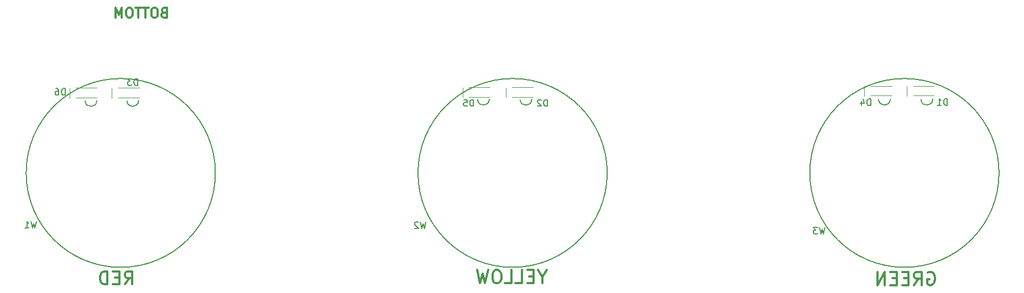
<source format=gbr>
G04 #@! TF.FileFunction,Legend,Bot*
%FSLAX46Y46*%
G04 Gerber Fmt 4.6, Leading zero omitted, Abs format (unit mm)*
G04 Created by KiCad (PCBNEW 4.0.4-stable) date 08/01/17 14:05:29*
%MOMM*%
%LPD*%
G01*
G04 APERTURE LIST*
%ADD10C,0.100000*%
%ADD11C,0.150000*%
%ADD12C,0.300000*%
%ADD13C,0.120000*%
%ADD14C,0.180000*%
G04 APERTURE END LIST*
D10*
D11*
X84601993Y-98959867D02*
G75*
G03X86400000Y-98900000I898007J59867D01*
G01*
X91001993Y-98959867D02*
G75*
G03X92800000Y-98900000I898007J59867D01*
G01*
X212601993Y-98759867D02*
G75*
G03X214400000Y-98700000I898007J59867D01*
G01*
X206101993Y-98759867D02*
G75*
G03X207900000Y-98700000I898007J59867D01*
G01*
X151201993Y-98759867D02*
G75*
G03X153000000Y-98700000I898007J59867D01*
G01*
X144701993Y-98759867D02*
G75*
G03X146500000Y-98700000I898007J59867D01*
G01*
D12*
X96664286Y-85392857D02*
X96450000Y-85464286D01*
X96378572Y-85535714D01*
X96307143Y-85678571D01*
X96307143Y-85892857D01*
X96378572Y-86035714D01*
X96450000Y-86107143D01*
X96592858Y-86178571D01*
X97164286Y-86178571D01*
X97164286Y-84678571D01*
X96664286Y-84678571D01*
X96521429Y-84750000D01*
X96450000Y-84821429D01*
X96378572Y-84964286D01*
X96378572Y-85107143D01*
X96450000Y-85250000D01*
X96521429Y-85321429D01*
X96664286Y-85392857D01*
X97164286Y-85392857D01*
X95378572Y-84678571D02*
X95092858Y-84678571D01*
X94950000Y-84750000D01*
X94807143Y-84892857D01*
X94735715Y-85178571D01*
X94735715Y-85678571D01*
X94807143Y-85964286D01*
X94950000Y-86107143D01*
X95092858Y-86178571D01*
X95378572Y-86178571D01*
X95521429Y-86107143D01*
X95664286Y-85964286D01*
X95735715Y-85678571D01*
X95735715Y-85178571D01*
X95664286Y-84892857D01*
X95521429Y-84750000D01*
X95378572Y-84678571D01*
X94307143Y-84678571D02*
X93450000Y-84678571D01*
X93878571Y-86178571D02*
X93878571Y-84678571D01*
X93164286Y-84678571D02*
X92307143Y-84678571D01*
X92735714Y-86178571D02*
X92735714Y-84678571D01*
X91521429Y-84678571D02*
X91235715Y-84678571D01*
X91092857Y-84750000D01*
X90950000Y-84892857D01*
X90878572Y-85178571D01*
X90878572Y-85678571D01*
X90950000Y-85964286D01*
X91092857Y-86107143D01*
X91235715Y-86178571D01*
X91521429Y-86178571D01*
X91664286Y-86107143D01*
X91807143Y-85964286D01*
X91878572Y-85678571D01*
X91878572Y-85178571D01*
X91807143Y-84892857D01*
X91664286Y-84750000D01*
X91521429Y-84678571D01*
X90235714Y-86178571D02*
X90235714Y-84678571D01*
X89735714Y-85750000D01*
X89235714Y-84678571D01*
X89235714Y-86178571D01*
X213633333Y-125300000D02*
X213823810Y-125204762D01*
X214109524Y-125204762D01*
X214395238Y-125300000D01*
X214585714Y-125490476D01*
X214680953Y-125680952D01*
X214776191Y-126061905D01*
X214776191Y-126347619D01*
X214680953Y-126728571D01*
X214585714Y-126919048D01*
X214395238Y-127109524D01*
X214109524Y-127204762D01*
X213919048Y-127204762D01*
X213633333Y-127109524D01*
X213538095Y-127014286D01*
X213538095Y-126347619D01*
X213919048Y-126347619D01*
X211538095Y-127204762D02*
X212204762Y-126252381D01*
X212680953Y-127204762D02*
X212680953Y-125204762D01*
X211919048Y-125204762D01*
X211728572Y-125300000D01*
X211633333Y-125395238D01*
X211538095Y-125585714D01*
X211538095Y-125871429D01*
X211633333Y-126061905D01*
X211728572Y-126157143D01*
X211919048Y-126252381D01*
X212680953Y-126252381D01*
X210680953Y-126157143D02*
X210014286Y-126157143D01*
X209728572Y-127204762D02*
X210680953Y-127204762D01*
X210680953Y-125204762D01*
X209728572Y-125204762D01*
X208871429Y-126157143D02*
X208204762Y-126157143D01*
X207919048Y-127204762D02*
X208871429Y-127204762D01*
X208871429Y-125204762D01*
X207919048Y-125204762D01*
X207061905Y-127204762D02*
X207061905Y-125204762D01*
X205919047Y-127204762D01*
X205919047Y-125204762D01*
X154614286Y-125952381D02*
X154614286Y-126904762D01*
X155280953Y-124904762D02*
X154614286Y-125952381D01*
X153947619Y-124904762D01*
X153280953Y-125857143D02*
X152614286Y-125857143D01*
X152328572Y-126904762D02*
X153280953Y-126904762D01*
X153280953Y-124904762D01*
X152328572Y-124904762D01*
X150519048Y-126904762D02*
X151471429Y-126904762D01*
X151471429Y-124904762D01*
X148900000Y-126904762D02*
X149852381Y-126904762D01*
X149852381Y-124904762D01*
X147852380Y-124904762D02*
X147471428Y-124904762D01*
X147280952Y-125000000D01*
X147090475Y-125190476D01*
X146995237Y-125571429D01*
X146995237Y-126238095D01*
X147090475Y-126619048D01*
X147280952Y-126809524D01*
X147471428Y-126904762D01*
X147852380Y-126904762D01*
X148042856Y-126809524D01*
X148233333Y-126619048D01*
X148328571Y-126238095D01*
X148328571Y-125571429D01*
X148233333Y-125190476D01*
X148042856Y-125000000D01*
X147852380Y-124904762D01*
X146328571Y-124904762D02*
X145852380Y-126904762D01*
X145471428Y-125476190D01*
X145090475Y-126904762D01*
X144614285Y-124904762D01*
X90685714Y-127104762D02*
X91352381Y-126152381D01*
X91828572Y-127104762D02*
X91828572Y-125104762D01*
X91066667Y-125104762D01*
X90876191Y-125200000D01*
X90780952Y-125295238D01*
X90685714Y-125485714D01*
X90685714Y-125771429D01*
X90780952Y-125961905D01*
X90876191Y-126057143D01*
X91066667Y-126152381D01*
X91828572Y-126152381D01*
X89828572Y-126057143D02*
X89161905Y-126057143D01*
X88876191Y-127104762D02*
X89828572Y-127104762D01*
X89828572Y-125104762D01*
X88876191Y-125104762D01*
X88019048Y-127104762D02*
X88019048Y-125104762D01*
X87542857Y-125104762D01*
X87257143Y-125200000D01*
X87066667Y-125390476D01*
X86971428Y-125580952D01*
X86876190Y-125961905D01*
X86876190Y-126247619D01*
X86971428Y-126628571D01*
X87066667Y-126819048D01*
X87257143Y-127009524D01*
X87542857Y-127104762D01*
X88019048Y-127104762D01*
D11*
X224549059Y-110000000D02*
G75*
G03X224549059Y-110000000I-14484923J0D01*
G01*
X104549059Y-110000000D02*
G75*
G03X104549059Y-110000000I-14484923J0D01*
G01*
X164549059Y-110000000D02*
G75*
G03X164549059Y-110000000I-14484923J0D01*
G01*
D13*
X214600000Y-96650000D02*
X211400000Y-96650000D01*
X211400000Y-98150000D02*
X214600000Y-98150000D01*
X210400000Y-98200000D02*
X210400000Y-96700000D01*
X153200000Y-96850000D02*
X150000000Y-96850000D01*
X150000000Y-98350000D02*
X153200000Y-98350000D01*
X149000000Y-98400000D02*
X149000000Y-96900000D01*
X92900000Y-96950000D02*
X89700000Y-96950000D01*
X89700000Y-98450000D02*
X92900000Y-98450000D01*
X88700000Y-98500000D02*
X88700000Y-97000000D01*
X208100000Y-96650000D02*
X204900000Y-96650000D01*
X204900000Y-98150000D02*
X208100000Y-98150000D01*
X203900000Y-98200000D02*
X203900000Y-96700000D01*
X146600000Y-96850000D02*
X143400000Y-96850000D01*
X143400000Y-98350000D02*
X146600000Y-98350000D01*
X142400000Y-98400000D02*
X142400000Y-96900000D01*
X86400000Y-96950000D02*
X83200000Y-96950000D01*
X83200000Y-98450000D02*
X86400000Y-98450000D01*
X82200000Y-98500000D02*
X82200000Y-97000000D01*
D14*
X197907143Y-118352381D02*
X197669048Y-119352381D01*
X197478571Y-118638095D01*
X197288095Y-119352381D01*
X197050000Y-118352381D01*
X196764286Y-118352381D02*
X196145238Y-118352381D01*
X196478572Y-118733333D01*
X196335714Y-118733333D01*
X196240476Y-118780952D01*
X196192857Y-118828571D01*
X196145238Y-118923810D01*
X196145238Y-119161905D01*
X196192857Y-119257143D01*
X196240476Y-119304762D01*
X196335714Y-119352381D01*
X196621429Y-119352381D01*
X196716667Y-119304762D01*
X196764286Y-119257143D01*
X77157143Y-117452381D02*
X76919048Y-118452381D01*
X76728571Y-117738095D01*
X76538095Y-118452381D01*
X76300000Y-117452381D01*
X75395238Y-118452381D02*
X75966667Y-118452381D01*
X75680953Y-118452381D02*
X75680953Y-117452381D01*
X75776191Y-117595238D01*
X75871429Y-117690476D01*
X75966667Y-117738095D01*
X136807143Y-117502381D02*
X136569048Y-118502381D01*
X136378571Y-117788095D01*
X136188095Y-118502381D01*
X135950000Y-117502381D01*
X135616667Y-117597619D02*
X135569048Y-117550000D01*
X135473810Y-117502381D01*
X135235714Y-117502381D01*
X135140476Y-117550000D01*
X135092857Y-117597619D01*
X135045238Y-117692857D01*
X135045238Y-117788095D01*
X135092857Y-117930952D01*
X135664286Y-118502381D01*
X135045238Y-118502381D01*
D11*
X216638095Y-99602381D02*
X216638095Y-98602381D01*
X216400000Y-98602381D01*
X216257142Y-98650000D01*
X216161904Y-98745238D01*
X216114285Y-98840476D01*
X216066666Y-99030952D01*
X216066666Y-99173810D01*
X216114285Y-99364286D01*
X216161904Y-99459524D01*
X216257142Y-99554762D01*
X216400000Y-99602381D01*
X216638095Y-99602381D01*
X215114285Y-99602381D02*
X215685714Y-99602381D01*
X215400000Y-99602381D02*
X215400000Y-98602381D01*
X215495238Y-98745238D01*
X215590476Y-98840476D01*
X215685714Y-98888095D01*
X155388095Y-99752381D02*
X155388095Y-98752381D01*
X155150000Y-98752381D01*
X155007142Y-98800000D01*
X154911904Y-98895238D01*
X154864285Y-98990476D01*
X154816666Y-99180952D01*
X154816666Y-99323810D01*
X154864285Y-99514286D01*
X154911904Y-99609524D01*
X155007142Y-99704762D01*
X155150000Y-99752381D01*
X155388095Y-99752381D01*
X154435714Y-98847619D02*
X154388095Y-98800000D01*
X154292857Y-98752381D01*
X154054761Y-98752381D01*
X153959523Y-98800000D01*
X153911904Y-98847619D01*
X153864285Y-98942857D01*
X153864285Y-99038095D01*
X153911904Y-99180952D01*
X154483333Y-99752381D01*
X153864285Y-99752381D01*
X92638095Y-96552381D02*
X92638095Y-95552381D01*
X92400000Y-95552381D01*
X92257142Y-95600000D01*
X92161904Y-95695238D01*
X92114285Y-95790476D01*
X92066666Y-95980952D01*
X92066666Y-96123810D01*
X92114285Y-96314286D01*
X92161904Y-96409524D01*
X92257142Y-96504762D01*
X92400000Y-96552381D01*
X92638095Y-96552381D01*
X91733333Y-95552381D02*
X91114285Y-95552381D01*
X91447619Y-95933333D01*
X91304761Y-95933333D01*
X91209523Y-95980952D01*
X91161904Y-96028571D01*
X91114285Y-96123810D01*
X91114285Y-96361905D01*
X91161904Y-96457143D01*
X91209523Y-96504762D01*
X91304761Y-96552381D01*
X91590476Y-96552381D01*
X91685714Y-96504762D01*
X91733333Y-96457143D01*
X204888095Y-99652381D02*
X204888095Y-98652381D01*
X204650000Y-98652381D01*
X204507142Y-98700000D01*
X204411904Y-98795238D01*
X204364285Y-98890476D01*
X204316666Y-99080952D01*
X204316666Y-99223810D01*
X204364285Y-99414286D01*
X204411904Y-99509524D01*
X204507142Y-99604762D01*
X204650000Y-99652381D01*
X204888095Y-99652381D01*
X203459523Y-98985714D02*
X203459523Y-99652381D01*
X203697619Y-98604762D02*
X203935714Y-99319048D01*
X203316666Y-99319048D01*
X144088095Y-99752381D02*
X144088095Y-98752381D01*
X143850000Y-98752381D01*
X143707142Y-98800000D01*
X143611904Y-98895238D01*
X143564285Y-98990476D01*
X143516666Y-99180952D01*
X143516666Y-99323810D01*
X143564285Y-99514286D01*
X143611904Y-99609524D01*
X143707142Y-99704762D01*
X143850000Y-99752381D01*
X144088095Y-99752381D01*
X142611904Y-98752381D02*
X143088095Y-98752381D01*
X143135714Y-99228571D01*
X143088095Y-99180952D01*
X142992857Y-99133333D01*
X142754761Y-99133333D01*
X142659523Y-99180952D01*
X142611904Y-99228571D01*
X142564285Y-99323810D01*
X142564285Y-99561905D01*
X142611904Y-99657143D01*
X142659523Y-99704762D01*
X142754761Y-99752381D01*
X142992857Y-99752381D01*
X143088095Y-99704762D01*
X143135714Y-99657143D01*
X81538095Y-98052381D02*
X81538095Y-97052381D01*
X81300000Y-97052381D01*
X81157142Y-97100000D01*
X81061904Y-97195238D01*
X81014285Y-97290476D01*
X80966666Y-97480952D01*
X80966666Y-97623810D01*
X81014285Y-97814286D01*
X81061904Y-97909524D01*
X81157142Y-98004762D01*
X81300000Y-98052381D01*
X81538095Y-98052381D01*
X80109523Y-97052381D02*
X80300000Y-97052381D01*
X80395238Y-97100000D01*
X80442857Y-97147619D01*
X80538095Y-97290476D01*
X80585714Y-97480952D01*
X80585714Y-97861905D01*
X80538095Y-97957143D01*
X80490476Y-98004762D01*
X80395238Y-98052381D01*
X80204761Y-98052381D01*
X80109523Y-98004762D01*
X80061904Y-97957143D01*
X80014285Y-97861905D01*
X80014285Y-97623810D01*
X80061904Y-97528571D01*
X80109523Y-97480952D01*
X80204761Y-97433333D01*
X80395238Y-97433333D01*
X80490476Y-97480952D01*
X80538095Y-97528571D01*
X80585714Y-97623810D01*
M02*

</source>
